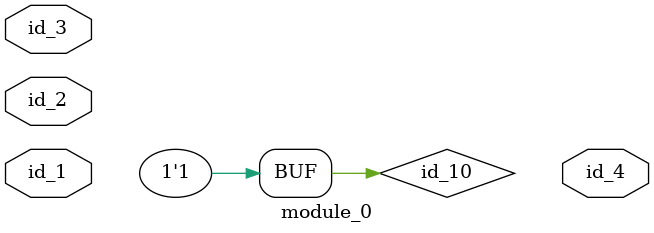
<source format=v>
module module_0 (
    id_1,
    id_2,
    id_3,
    id_4
);
  output wire id_4;
  inout wire id_3;
  input wire id_2;
  inout wire id_1;
  wire id_5, id_6, id_7, id_8, id_9;
  tri id_10 = 1;
  wire id_11, id_12, id_13;
endmodule
module module_1 (
    id_1,
    id_2,
    id_3,
    id_4
);
  input wire id_4;
  output wire id_3;
  input wire id_2;
  input wire id_1;
  wire id_5;
  module_0 modCall_1 (
      id_5,
      id_4,
      id_5,
      id_5
  );
  wire id_6;
  wire id_7;
endmodule

</source>
